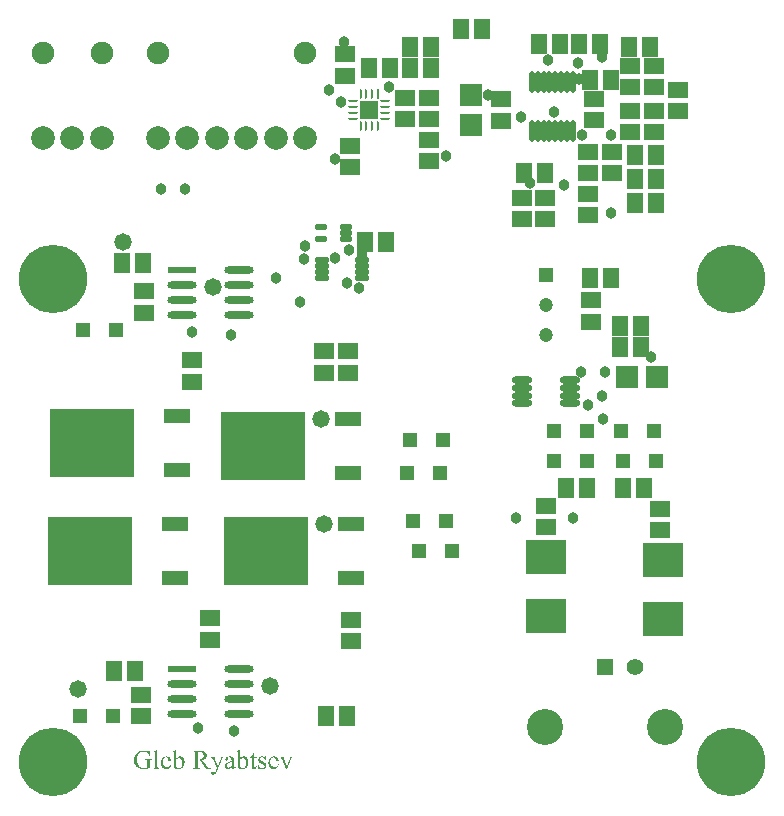
<source format=gbr>
%TF.GenerationSoftware,Altium Limited,Altium Designer,23.3.1 (30)*%
G04 Layer_Color=8388736*
%FSLAX45Y45*%
%MOMM*%
%TF.SameCoordinates,805B0A7C-C0AB-40D2-B4E8-8F8973F9869A*%
%TF.FilePolarity,Negative*%
%TF.FileFunction,Soldermask,Top*%
%TF.Part,Single*%
G01*
G75*
%TA.AperFunction,SMDPad,CuDef*%
G04:AMPARAMS|DCode=16|XSize=2.48393mm|YSize=0.60684mm|CornerRadius=0.30342mm|HoleSize=0mm|Usage=FLASHONLY|Rotation=0.000|XOffset=0mm|YOffset=0mm|HoleType=Round|Shape=RoundedRectangle|*
%AMROUNDEDRECTD16*
21,1,2.48393,0.00000,0,0,0.0*
21,1,1.87709,0.60684,0,0,0.0*
1,1,0.60684,0.93854,0.00000*
1,1,0.60684,-0.93854,0.00000*
1,1,0.60684,-0.93854,0.00000*
1,1,0.60684,0.93854,0.00000*
%
%ADD16ROUNDEDRECTD16*%
%ADD17R,2.48393X0.60684*%
%ADD19R,3.50000X3.00000*%
%ADD21R,1.90620X1.95395*%
%ADD22R,1.60000X1.60000*%
G04:AMPARAMS|DCode=23|XSize=0.23928mm|YSize=0.80602mm|CornerRadius=0.11964mm|HoleSize=0mm|Usage=FLASHONLY|Rotation=270.000|XOffset=0mm|YOffset=0mm|HoleType=Round|Shape=RoundedRectangle|*
%AMROUNDEDRECTD23*
21,1,0.23928,0.56673,0,0,270.0*
21,1,0.00000,0.80602,0,0,270.0*
1,1,0.23928,-0.28337,0.00000*
1,1,0.23928,-0.28337,0.00000*
1,1,0.23928,0.28337,0.00000*
1,1,0.23928,0.28337,0.00000*
%
%ADD23ROUNDEDRECTD23*%
G04:AMPARAMS|DCode=24|XSize=0.80602mm|YSize=0.23928mm|CornerRadius=0.11964mm|HoleSize=0mm|Usage=FLASHONLY|Rotation=270.000|XOffset=0mm|YOffset=0mm|HoleType=Round|Shape=RoundedRectangle|*
%AMROUNDEDRECTD24*
21,1,0.80602,0.00000,0,0,270.0*
21,1,0.56673,0.23928,0,0,270.0*
1,1,0.23928,0.00000,-0.28337*
1,1,0.23928,0.00000,0.28337*
1,1,0.23928,0.00000,0.28337*
1,1,0.23928,0.00000,-0.28337*
%
%ADD24ROUNDEDRECTD24*%
%ADD25R,0.23928X0.80602*%
%ADD27R,1.95395X1.90620*%
%TA.AperFunction,ComponentPad*%
%ADD33C,1.40000*%
%ADD34R,1.40000X1.40000*%
%ADD35C,3.05000*%
%ADD36C,1.20000*%
%ADD37R,1.20000X1.20000*%
%TA.AperFunction,SMDPad,CuDef*%
%ADD47R,2.25320X1.20320*%
%ADD48R,7.10320X5.85320*%
%ADD49R,1.30160X1.30160*%
G04:AMPARAMS|DCode=50|XSize=0.5032mm|YSize=1.2032mm|CornerRadius=0.1511mm|HoleSize=0mm|Usage=FLASHONLY|Rotation=270.000|XOffset=0mm|YOffset=0mm|HoleType=Round|Shape=RoundedRectangle|*
%AMROUNDEDRECTD50*
21,1,0.50320,0.90100,0,0,270.0*
21,1,0.20100,1.20320,0,0,270.0*
1,1,0.30220,-0.45050,-0.10050*
1,1,0.30220,-0.45050,0.10050*
1,1,0.30220,0.45050,0.10050*
1,1,0.30220,0.45050,-0.10050*
%
%ADD50ROUNDEDRECTD50*%
%ADD51O,0.50320X1.85320*%
%ADD52R,1.65100X1.32080*%
%ADD53R,1.32080X1.65100*%
%ADD54O,1.70320X0.65320*%
G04:AMPARAMS|DCode=55|XSize=0.5032mm|YSize=1.0032mm|CornerRadius=0.1511mm|HoleSize=0mm|Usage=FLASHONLY|Rotation=270.000|XOffset=0mm|YOffset=0mm|HoleType=Round|Shape=RoundedRectangle|*
%AMROUNDEDRECTD55*
21,1,0.50320,0.70100,0,0,270.0*
21,1,0.20100,1.00320,0,0,270.0*
1,1,0.30220,-0.35050,-0.10050*
1,1,0.30220,-0.35050,0.10050*
1,1,0.30220,0.35050,0.10050*
1,1,0.30220,0.35050,-0.10050*
%
%ADD55ROUNDEDRECTD55*%
%TA.AperFunction,ComponentPad*%
%ADD56C,1.90320*%
%ADD57C,2.00320*%
%TA.AperFunction,ViaPad*%
%ADD58C,5.79120*%
%ADD59C,1.47320*%
%ADD60C,0.96520*%
G36*
X1431661Y738187D02*
X1427607D01*
Y738363D01*
X1427254Y738892D01*
X1427078Y739949D01*
X1426549Y741183D01*
X1426021Y742594D01*
X1425139Y744356D01*
X1424434Y746119D01*
X1423376Y748234D01*
X1421261Y752641D01*
X1418617Y757048D01*
X1415620Y761279D01*
X1414034Y763218D01*
X1412271Y764981D01*
X1412095Y765157D01*
X1411566Y765510D01*
X1410861Y766215D01*
X1409803Y767096D01*
X1408569Y767977D01*
X1406806Y769211D01*
X1405044Y770445D01*
X1402928Y771679D01*
X1400460Y772913D01*
X1397816Y773971D01*
X1394996Y775205D01*
X1391823Y776086D01*
X1388650Y776967D01*
X1385124Y777673D01*
X1381423Y778025D01*
X1377545Y778201D01*
X1376311D01*
X1374724Y778025D01*
X1372785Y777849D01*
X1370317Y777496D01*
X1367673Y776967D01*
X1364500Y776262D01*
X1361151Y775381D01*
X1357625Y774147D01*
X1354100Y772561D01*
X1350398Y770798D01*
X1346696Y768506D01*
X1343171Y765862D01*
X1339645Y762865D01*
X1336472Y759340D01*
X1333476Y755286D01*
X1333299Y755109D01*
X1332947Y754404D01*
X1332242Y753346D01*
X1331537Y751760D01*
X1330655Y749997D01*
X1329598Y747706D01*
X1328364Y745238D01*
X1327306Y742241D01*
X1326072Y739068D01*
X1324838Y735543D01*
X1323780Y731665D01*
X1322899Y727786D01*
X1322194Y723380D01*
X1321489Y718973D01*
X1321136Y714213D01*
X1320960Y709277D01*
Y709101D01*
Y708396D01*
Y707162D01*
X1321136Y705576D01*
Y703637D01*
X1321489Y701521D01*
X1321665Y698877D01*
X1322018Y696233D01*
X1322370Y693236D01*
X1323075Y690063D01*
X1324486Y683365D01*
X1326601Y676490D01*
X1327835Y672965D01*
X1329245Y669615D01*
X1329421Y669439D01*
X1329598Y668910D01*
X1330126Y667853D01*
X1330831Y666795D01*
X1331713Y665208D01*
X1332594Y663622D01*
X1333828Y661683D01*
X1335238Y659744D01*
X1338411Y655513D01*
X1342113Y651106D01*
X1346520Y647052D01*
X1348812Y645113D01*
X1351279Y643527D01*
X1351456D01*
X1351808Y643174D01*
X1352690Y642821D01*
X1353571Y642293D01*
X1354805Y641587D01*
X1356391Y640882D01*
X1357978Y640177D01*
X1359917Y639472D01*
X1363971Y637886D01*
X1368731Y636475D01*
X1373843Y635594D01*
X1376487Y635418D01*
X1379131Y635242D01*
X1380541D01*
X1382128Y635418D01*
X1384243Y635594D01*
X1386711Y635770D01*
X1389355Y636123D01*
X1392176Y636652D01*
X1395172Y637357D01*
X1395348D01*
X1395525Y637533D01*
X1396582Y637709D01*
X1397993Y638238D01*
X1400108Y638943D01*
X1402400Y639825D01*
X1405044Y640882D01*
X1407688Y642116D01*
X1410508Y643527D01*
Y687419D01*
Y687596D01*
Y687948D01*
Y688477D01*
Y689358D01*
Y691297D01*
X1410332Y693589D01*
X1410156Y696057D01*
X1409803Y698525D01*
X1409274Y700816D01*
X1409098Y701698D01*
X1408745Y702403D01*
Y702579D01*
X1408393Y702932D01*
X1408040Y703637D01*
X1407335Y704342D01*
X1406630Y705223D01*
X1405749Y706281D01*
X1404515Y707162D01*
X1403281Y707867D01*
X1403105Y708044D01*
X1402576Y708220D01*
X1401694Y708572D01*
X1400460Y708925D01*
X1398698Y709277D01*
X1396406Y709454D01*
X1393762Y709806D01*
X1390589D01*
Y713861D01*
X1449289D01*
Y709806D01*
X1445058D01*
X1443472Y709454D01*
X1441709Y709101D01*
X1439594Y708396D01*
X1437655Y707338D01*
X1435892Y705752D01*
X1434482Y703813D01*
Y703637D01*
X1434129Y702932D01*
X1433777Y701874D01*
X1433424Y700111D01*
X1433072Y697996D01*
X1432719Y695175D01*
X1432543Y691650D01*
X1432366Y689535D01*
Y687419D01*
Y641059D01*
X1432190D01*
X1431838Y640706D01*
X1431133Y640354D01*
X1430251Y640001D01*
X1429017Y639296D01*
X1427607Y638591D01*
X1426021Y637886D01*
X1424434Y637181D01*
X1420556Y635418D01*
X1416149Y633831D01*
X1411742Y632245D01*
X1406983Y630835D01*
X1406806D01*
X1406454Y630658D01*
X1405749Y630482D01*
X1404867Y630306D01*
X1403633Y630130D01*
X1402223Y629777D01*
X1400637Y629601D01*
X1398874Y629248D01*
X1396759Y628896D01*
X1394643Y628719D01*
X1389884Y628191D01*
X1384772Y627838D01*
X1379131Y627662D01*
X1377192D01*
X1376134Y627838D01*
X1374900D01*
X1373490Y628014D01*
X1371904Y628191D01*
X1368202Y628543D01*
X1363971Y629072D01*
X1359388Y629953D01*
X1354276Y631187D01*
X1348988Y632597D01*
X1343523Y634536D01*
X1338059Y636828D01*
X1332418Y639472D01*
X1326953Y642645D01*
X1321841Y646523D01*
X1316906Y650754D01*
X1312322Y655690D01*
X1312146Y655866D01*
X1311617Y656571D01*
X1310736Y657805D01*
X1309678Y659391D01*
X1308444Y661507D01*
X1307034Y663798D01*
X1305448Y666619D01*
X1303861Y669792D01*
X1302275Y673141D01*
X1300688Y676843D01*
X1299278Y680897D01*
X1298044Y685304D01*
X1296986Y689711D01*
X1296105Y694470D01*
X1295576Y699406D01*
X1295400Y704518D01*
Y704694D01*
Y705399D01*
Y706457D01*
X1295576Y707867D01*
X1295753Y709630D01*
X1295929Y711745D01*
X1296281Y714213D01*
X1296634Y716857D01*
X1297163Y719678D01*
X1297692Y722674D01*
X1299454Y729020D01*
X1300512Y732370D01*
X1301746Y735895D01*
X1303332Y739244D01*
X1304919Y742770D01*
X1305095Y742946D01*
X1305448Y743651D01*
X1306153Y744885D01*
X1307034Y746295D01*
X1308268Y748234D01*
X1309678Y750350D01*
X1311265Y752641D01*
X1313204Y755109D01*
X1315319Y757753D01*
X1317611Y760574D01*
X1320255Y763394D01*
X1323075Y766215D01*
X1326072Y768859D01*
X1329245Y771503D01*
X1332594Y773971D01*
X1336296Y776262D01*
X1336472Y776439D01*
X1337001Y776615D01*
X1338059Y777144D01*
X1339293Y777849D01*
X1340879Y778554D01*
X1342818Y779435D01*
X1344934Y780317D01*
X1347401Y781198D01*
X1350222Y782079D01*
X1353219Y782961D01*
X1356391Y783842D01*
X1359917Y784547D01*
X1363619Y785252D01*
X1367321Y785781D01*
X1371375Y785958D01*
X1375606Y786134D01*
X1378602D01*
X1380541Y785958D01*
X1382833Y785781D01*
X1385477Y785605D01*
X1390589Y784724D01*
X1390942D01*
X1391823Y784371D01*
X1393409Y784018D01*
X1395525Y783490D01*
X1398169Y782608D01*
X1401518Y781551D01*
X1405396Y780317D01*
X1409803Y778730D01*
X1410156Y778554D01*
X1410861Y778378D01*
X1411918Y778025D01*
X1413152Y777673D01*
X1415973Y776791D01*
X1417207Y776615D01*
X1418088Y776439D01*
X1418441D01*
X1419322Y776615D01*
X1420556Y777320D01*
X1421261Y777673D01*
X1421790Y778378D01*
Y778554D01*
X1421966Y778730D01*
X1422319Y779259D01*
X1422671Y780140D01*
X1423024Y781198D01*
X1423200Y782432D01*
X1423553Y784195D01*
X1423729Y786134D01*
X1427783D01*
X1431661Y738187D01*
D02*
G37*
G36*
X2410698Y701698D02*
X2406996D01*
Y701874D01*
X2406820Y702403D01*
X2406468Y703284D01*
X2406291Y704342D01*
X2405763Y705752D01*
X2405234Y707162D01*
X2404000Y710688D01*
X2402413Y714390D01*
X2400474Y718092D01*
X2398359Y721441D01*
X2397125Y722851D01*
X2395891Y724085D01*
X2395539Y724261D01*
X2394657Y724966D01*
X2393247Y726024D01*
X2391308Y727082D01*
X2389016Y728139D01*
X2386020Y729197D01*
X2382847Y729902D01*
X2379145Y730078D01*
X2377911D01*
X2376324Y729902D01*
X2374562Y729549D01*
X2372623Y729021D01*
X2370507Y728316D01*
X2368392Y727258D01*
X2366453Y725848D01*
X2366277Y725671D01*
X2365748Y725143D01*
X2364866Y724261D01*
X2364161Y723204D01*
X2363280Y721793D01*
X2362399Y720207D01*
X2361870Y718444D01*
X2361694Y716681D01*
Y716329D01*
Y715624D01*
X2361870Y714390D01*
X2362222Y712980D01*
X2362575Y711217D01*
X2363104Y709454D01*
X2363985Y707691D01*
X2365219Y705928D01*
X2365395Y705752D01*
X2365924Y705223D01*
X2366806Y704166D01*
X2368216Y702932D01*
X2370155Y701522D01*
X2372623Y699759D01*
X2375619Y697996D01*
X2379321Y696057D01*
X2395715Y688125D01*
X2395891Y687948D01*
X2396772Y687596D01*
X2397830Y687067D01*
X2399240Y686186D01*
X2401003Y684952D01*
X2402942Y683718D01*
X2405057Y682131D01*
X2407173Y680368D01*
X2409288Y678253D01*
X2411227Y676138D01*
X2413166Y673670D01*
X2414929Y671026D01*
X2416339Y668382D01*
X2417397Y665385D01*
X2418278Y662212D01*
X2418454Y658863D01*
Y658687D01*
Y658334D01*
Y657453D01*
X2418278Y656571D01*
X2418102Y655337D01*
X2417926Y653927D01*
X2417220Y650754D01*
X2415810Y647229D01*
X2415105Y645290D01*
X2414047Y643527D01*
X2412814Y641588D01*
X2411403Y639825D01*
X2409817Y638062D01*
X2407878Y636299D01*
X2407702Y636123D01*
X2407349Y635947D01*
X2406820Y635594D01*
X2405939Y635066D01*
X2405057Y634360D01*
X2403823Y633655D01*
X2402413Y632950D01*
X2401003Y632069D01*
X2397478Y630482D01*
X2393423Y629248D01*
X2388840Y628191D01*
X2386548Y628014D01*
X2384081Y627838D01*
X2382494D01*
X2381613Y628014D01*
X2380555D01*
X2377911Y628191D01*
X2374738Y628543D01*
X2371212Y629248D01*
X2367158Y629954D01*
X2362751Y631011D01*
X2362575D01*
X2362222Y631187D01*
X2361517Y631364D01*
X2360636Y631540D01*
X2358521Y631893D01*
X2356582Y632069D01*
X2356229D01*
X2355171Y631716D01*
X2354642Y631364D01*
X2353937Y631011D01*
X2353232Y630306D01*
X2352703Y629425D01*
X2349002D01*
Y666090D01*
X2352703D01*
Y665914D01*
X2352880Y665385D01*
X2353056Y664504D01*
X2353232Y663446D01*
X2353761Y662212D01*
X2354114Y660626D01*
X2355348Y657100D01*
X2356934Y653398D01*
X2358873Y649344D01*
X2361517Y645642D01*
X2362927Y643879D01*
X2364514Y642293D01*
X2364690D01*
X2364866Y641940D01*
X2365395Y641588D01*
X2366100Y641059D01*
X2367863Y639825D01*
X2370331Y638415D01*
X2373328Y636828D01*
X2376677Y635594D01*
X2380379Y634713D01*
X2382318Y634537D01*
X2384433Y634360D01*
X2385667D01*
X2387077Y634537D01*
X2388840Y634889D01*
X2390779Y635418D01*
X2392894Y636299D01*
X2395010Y637357D01*
X2396949Y638767D01*
X2397125Y638944D01*
X2397654Y639649D01*
X2398535Y640530D01*
X2399417Y641940D01*
X2400298Y643527D01*
X2401179Y645290D01*
X2401708Y647405D01*
X2401884Y649696D01*
Y649873D01*
Y650049D01*
Y650930D01*
X2401532Y652517D01*
X2401179Y654280D01*
X2400474Y656219D01*
X2399593Y658510D01*
X2398183Y660626D01*
X2396420Y662741D01*
X2396244Y662917D01*
X2395362Y663622D01*
X2393776Y664856D01*
X2392894Y665561D01*
X2391660Y666443D01*
X2390250Y667324D01*
X2388664Y668382D01*
X2386901Y669439D01*
X2384962Y670497D01*
X2382670Y671731D01*
X2380203Y673141D01*
X2377558Y674551D01*
X2374562Y675962D01*
X2374385Y676138D01*
X2373857Y676314D01*
X2372975Y676843D01*
X2371918Y677372D01*
X2370684Y678077D01*
X2369097Y678958D01*
X2365924Y680897D01*
X2362222Y683189D01*
X2358873Y685480D01*
X2357287Y686891D01*
X2355700Y688125D01*
X2354466Y689359D01*
X2353409Y690592D01*
X2353232Y690945D01*
X2352703Y691826D01*
X2351822Y693060D01*
X2350941Y694999D01*
X2350059Y697291D01*
X2349178Y700111D01*
X2348649Y703284D01*
X2348473Y706810D01*
Y706986D01*
Y707339D01*
Y708044D01*
X2348649Y708925D01*
X2348825Y709983D01*
X2349002Y711217D01*
X2349530Y714213D01*
X2350588Y717563D01*
X2352175Y721088D01*
X2353056Y722851D01*
X2354290Y724614D01*
X2355524Y726376D01*
X2357110Y727963D01*
X2357287Y728139D01*
X2357463Y728316D01*
X2357992Y728844D01*
X2358697Y729373D01*
X2359578Y729902D01*
X2360636Y730783D01*
X2363104Y732370D01*
X2366453Y733956D01*
X2370155Y735190D01*
X2374562Y736248D01*
X2377030Y736424D01*
X2379497Y736601D01*
X2380555D01*
X2381789Y736424D01*
X2383552Y736248D01*
X2385667Y735895D01*
X2388135Y735543D01*
X2390955Y734838D01*
X2394128Y733956D01*
X2394305D01*
X2395010Y733780D01*
X2396067Y733428D01*
X2397301Y733251D01*
X2399769Y732546D01*
X2400827Y732370D01*
X2402061D01*
X2402766Y732546D01*
X2403647Y732722D01*
X2404529Y733075D01*
X2404705Y733251D01*
X2405234Y733780D01*
X2405939Y734838D01*
X2406468Y735719D01*
X2406996Y736601D01*
X2410698D01*
Y701698D01*
D02*
G37*
G36*
X2056031Y729549D02*
X2055855D01*
X2055326Y729373D01*
X2054621D01*
X2053739Y729197D01*
X2051624Y728492D01*
X2049685Y727610D01*
X2049509D01*
X2049332Y727434D01*
X2048275Y726553D01*
X2047393Y725848D01*
X2046688Y724966D01*
X2045807Y723909D01*
X2044749Y722675D01*
X2044573Y722322D01*
X2044220Y721793D01*
X2043868Y721088D01*
X2043339Y719854D01*
X2042634Y718444D01*
X2041929Y716505D01*
X2040871Y714037D01*
X1999094Y611797D01*
Y611621D01*
X1998741Y611092D01*
X1998565Y610387D01*
X1998036Y609329D01*
X1997331Y608095D01*
X1996626Y606685D01*
X1994863Y603512D01*
X1992572Y599810D01*
X1989927Y596108D01*
X1986754Y592583D01*
X1983229Y589410D01*
X1983053D01*
X1982876Y589057D01*
X1982348Y588705D01*
X1981642Y588176D01*
X1979703Y586942D01*
X1977236Y585532D01*
X1974415Y584122D01*
X1971242Y582888D01*
X1967893Y582006D01*
X1966130Y581830D01*
X1964367Y581654D01*
X1963310D01*
X1962076Y581830D01*
X1960666Y582182D01*
X1958903Y582535D01*
X1957140Y583240D01*
X1955377Y584298D01*
X1953615Y585532D01*
X1953438Y585708D01*
X1952909Y586237D01*
X1952204Y586942D01*
X1951499Y588176D01*
X1950794Y589410D01*
X1950089Y590820D01*
X1949560Y592583D01*
X1949384Y594346D01*
Y594522D01*
Y595051D01*
X1949560Y595932D01*
X1949737Y596990D01*
X1950089Y598224D01*
X1950618Y599458D01*
X1951323Y600691D01*
X1952381Y601749D01*
X1952557Y601925D01*
X1952909Y602278D01*
X1953615Y602630D01*
X1954496Y603159D01*
X1955730Y603688D01*
X1957140Y604217D01*
X1958903Y604393D01*
X1960842Y604570D01*
X1961547D01*
X1962428Y604393D01*
X1963486Y604217D01*
X1964896Y604041D01*
X1966659Y603688D01*
X1968598Y602983D01*
X1970890Y602278D01*
X1971066D01*
X1971595Y602102D01*
X1972476Y601749D01*
X1973357Y601573D01*
X1975297Y600868D01*
X1976002Y600691D01*
X1977059D01*
X1977764Y600868D01*
X1978646Y601220D01*
X1979703Y601573D01*
X1980937Y602102D01*
X1982348Y602983D01*
X1983758Y604217D01*
X1983934Y604393D01*
X1984463Y604922D01*
X1985344Y605803D01*
X1986226Y607214D01*
X1987460Y608976D01*
X1988870Y611268D01*
X1990280Y614088D01*
X1991866Y617438D01*
X1999094Y635242D01*
X1962252Y712274D01*
Y712450D01*
X1961900Y712979D01*
X1961547Y713684D01*
X1960842Y714742D01*
X1960137Y715976D01*
X1959255Y717562D01*
X1958021Y719149D01*
X1956788Y721088D01*
X1956611Y721264D01*
X1956435Y721793D01*
X1955906Y722322D01*
X1955201Y723203D01*
X1953791Y724966D01*
X1952909Y725671D01*
X1952204Y726376D01*
X1952028D01*
X1951676Y726729D01*
X1951147Y727081D01*
X1950265Y727434D01*
X1949031Y727963D01*
X1947621Y728492D01*
X1946035Y729020D01*
X1943919Y729549D01*
Y733604D01*
X1991866D01*
Y729549D01*
X1988694D01*
X1987812Y729373D01*
X1986754Y729197D01*
X1984287Y728668D01*
X1983053Y727963D01*
X1981995Y727258D01*
X1981819Y727081D01*
X1981642Y726905D01*
X1981290Y726376D01*
X1980761Y725847D01*
X1979880Y724085D01*
X1979703Y723027D01*
X1979527Y721793D01*
Y721617D01*
Y720912D01*
X1979703Y720030D01*
X1980056Y718620D01*
X1980409Y716857D01*
X1981114Y714742D01*
X1981995Y712450D01*
X1983229Y709630D01*
X2008260Y657805D01*
X2031176Y714566D01*
Y714742D01*
X2031529Y715447D01*
X2031705Y716329D01*
X2032057Y717386D01*
X2032410Y718797D01*
X2032586Y720383D01*
X2032939Y723732D01*
Y723909D01*
Y724085D01*
Y724790D01*
X2032586Y725848D01*
X2032234Y726729D01*
X2032057Y726905D01*
X2031529Y727434D01*
X2030647Y728139D01*
X2029413Y728668D01*
X2029061Y728844D01*
X2028532Y729021D01*
X2027827Y729197D01*
X2026945D01*
X2025711Y729373D01*
X2024301Y729549D01*
X2022715D01*
Y733604D01*
X2056031D01*
Y729549D01*
D02*
G37*
G36*
X2640562D02*
X2640386D01*
X2639681Y729373D01*
X2638623D01*
X2637389Y729021D01*
X2634745Y728316D01*
X2633511Y727787D01*
X2632453Y727082D01*
X2632277Y726905D01*
X2631748Y726376D01*
X2631043Y725671D01*
X2630162Y724437D01*
X2629104Y722851D01*
X2627870Y720912D01*
X2626636Y718620D01*
X2625402Y715800D01*
X2589266Y627838D01*
X2584683D01*
X2548194Y714213D01*
X2548017Y714566D01*
X2547841Y715271D01*
X2547312Y716329D01*
X2546607Y717563D01*
X2545197Y720559D01*
X2544315Y721970D01*
X2543434Y723027D01*
X2543258Y723204D01*
X2543082Y723556D01*
X2542553Y723909D01*
X2541848Y724614D01*
X2540085Y726024D01*
X2537793Y727610D01*
X2537617D01*
X2537441Y727787D01*
X2536912Y727963D01*
X2536207Y728139D01*
X2535149Y728492D01*
X2533739Y728844D01*
X2532152Y729197D01*
X2530213Y729549D01*
Y733604D01*
X2578337D01*
Y729549D01*
X2574459D01*
X2573577Y729373D01*
X2572696Y729197D01*
X2570404Y728668D01*
X2569347Y727963D01*
X2568465Y727258D01*
X2568289Y727082D01*
X2568113Y726905D01*
X2567760Y726376D01*
X2567408Y725848D01*
X2566526Y723909D01*
X2566350Y722851D01*
X2566174Y721617D01*
Y721441D01*
Y720912D01*
X2566350Y720031D01*
X2566526Y718973D01*
X2566703Y717563D01*
X2567231Y715976D01*
X2567760Y714213D01*
X2568642Y712274D01*
X2592439Y655690D01*
X2616412Y714390D01*
X2616589Y714742D01*
X2616765Y715447D01*
X2617117Y716505D01*
X2617646Y717915D01*
X2618528Y721088D01*
X2618704Y722675D01*
X2618880Y723909D01*
Y724261D01*
X2618704Y724790D01*
X2618528Y725671D01*
X2617999Y726553D01*
X2617823Y726905D01*
X2617117Y727434D01*
X2616060Y728316D01*
X2614826Y728844D01*
X2614650D01*
X2614473Y729021D01*
X2613944D01*
X2613063Y729197D01*
X2612005Y729373D01*
X2610772D01*
X2609009Y729549D01*
X2607070D01*
Y733604D01*
X2640562D01*
Y729549D01*
D02*
G37*
G36*
X1855253Y782608D02*
X1857544D01*
X1860012Y782432D01*
X1862832D01*
X1868650Y781903D01*
X1874467Y781374D01*
X1877287Y780846D01*
X1880107Y780493D01*
X1882575Y779964D01*
X1884867Y779259D01*
X1885043D01*
X1885396Y779083D01*
X1885925Y778906D01*
X1886806Y778554D01*
X1887687Y778201D01*
X1888921Y777673D01*
X1891565Y776262D01*
X1894562Y774500D01*
X1897911Y772208D01*
X1901084Y769564D01*
X1904257Y766215D01*
X1904434Y766038D01*
X1904610Y765862D01*
X1904962Y765333D01*
X1905491Y764452D01*
X1906196Y763570D01*
X1906901Y762513D01*
X1908312Y759869D01*
X1909722Y756519D01*
X1911132Y752641D01*
X1912013Y748411D01*
X1912366Y746119D01*
Y743651D01*
Y743475D01*
Y743122D01*
Y742241D01*
X1912190Y741360D01*
X1912013Y740126D01*
X1911837Y738716D01*
X1911308Y735366D01*
X1910074Y731665D01*
X1908488Y727434D01*
X1907430Y725495D01*
X1906196Y723380D01*
X1904786Y721264D01*
X1903200Y719325D01*
X1903023Y719149D01*
X1902847Y718796D01*
X1902318Y718444D01*
X1901437Y717739D01*
X1900556Y716857D01*
X1899322Y715800D01*
X1897911Y714742D01*
X1896149Y713684D01*
X1894386Y712450D01*
X1892271Y711393D01*
X1889979Y710159D01*
X1887335Y708925D01*
X1884514Y707867D01*
X1881518Y706633D01*
X1878345Y705752D01*
X1874819Y704871D01*
X1906373Y661330D01*
X1906549Y661154D01*
X1906901Y660625D01*
X1907430Y659920D01*
X1908135Y658863D01*
X1909017Y657629D01*
X1910251Y656218D01*
X1912719Y653222D01*
X1915539Y649696D01*
X1918712Y646523D01*
X1921709Y643527D01*
X1923295Y642293D01*
X1924705Y641235D01*
X1924882D01*
X1925058Y641059D01*
X1926116Y640530D01*
X1927878Y639648D01*
X1930170Y638591D01*
X1932990Y637533D01*
X1936516Y636475D01*
X1940570Y635770D01*
X1944977Y635065D01*
Y631011D01*
X1904434D01*
X1852961Y702050D01*
X1852080D01*
X1851022Y701874D01*
X1849788D01*
X1846791Y701698D01*
X1840269D01*
X1839564Y701874D01*
X1838506D01*
X1837272Y702050D01*
Y657805D01*
Y657629D01*
Y657100D01*
Y656395D01*
Y655513D01*
X1837449Y654279D01*
Y653045D01*
X1837625Y650225D01*
X1837978Y647052D01*
X1838506Y644055D01*
X1838859Y642821D01*
X1839211Y641587D01*
X1839740Y640530D01*
X1840269Y639825D01*
X1840445Y639648D01*
X1841150Y639120D01*
X1842032Y638238D01*
X1843442Y637533D01*
X1845205Y636652D01*
X1847496Y635770D01*
X1849964Y635242D01*
X1852961Y635065D01*
X1858954D01*
Y631011D01*
X1794085D01*
Y635065D01*
X1800607D01*
X1801312Y635242D01*
X1802899Y635418D01*
X1805014Y635770D01*
X1807306Y636652D01*
X1809421Y637709D01*
X1811536Y639120D01*
X1813299Y641235D01*
X1813475Y641411D01*
X1813651Y641940D01*
X1814004Y642998D01*
X1814533Y644584D01*
X1815062Y646876D01*
X1815238Y648110D01*
X1815414Y649696D01*
X1815590Y651459D01*
Y653398D01*
X1815767Y655513D01*
Y657805D01*
Y755991D01*
Y756167D01*
Y756696D01*
Y757401D01*
Y758282D01*
X1815590Y759340D01*
Y760750D01*
X1815414Y763570D01*
X1815062Y766567D01*
X1814357Y769564D01*
X1814004Y770798D01*
X1813651Y772032D01*
X1813123Y773089D01*
X1812594Y773794D01*
X1812418Y773971D01*
X1811712Y774500D01*
X1810831Y775381D01*
X1809421Y776262D01*
X1807482Y777144D01*
X1805366Y778025D01*
X1802722Y778554D01*
X1799726Y778730D01*
X1794085D01*
Y782785D01*
X1853137D01*
X1855253Y782608D01*
D02*
G37*
G36*
X1495297Y654103D02*
Y653927D01*
Y653751D01*
Y653222D01*
Y652517D01*
Y650930D01*
X1495473Y648815D01*
X1495650Y646699D01*
X1495826Y644584D01*
X1496178Y642645D01*
X1496531Y641235D01*
Y641059D01*
X1496883Y640706D01*
X1497060Y640177D01*
X1497589Y639472D01*
X1498999Y638062D01*
X1500762Y636652D01*
X1500938D01*
X1501290Y636475D01*
X1502172Y636123D01*
X1503229Y635947D01*
X1504816Y635594D01*
X1506755Y635242D01*
X1509047Y635065D01*
X1511867D01*
Y631011D01*
X1461628D01*
Y635065D01*
X1463920D01*
X1465506Y635242D01*
X1468679Y635594D01*
X1470090Y635947D01*
X1471147Y636475D01*
X1471323D01*
X1471676Y636828D01*
X1472734Y637533D01*
X1473968Y639120D01*
X1474673Y640001D01*
X1475202Y641235D01*
Y641411D01*
X1475378Y641940D01*
X1475730Y642821D01*
X1476083Y644055D01*
X1476259Y645818D01*
X1476612Y648110D01*
X1476788Y650754D01*
Y654103D01*
Y747353D01*
Y747529D01*
Y748058D01*
Y748940D01*
Y750174D01*
Y751407D01*
Y752994D01*
X1476612Y756343D01*
Y760045D01*
X1476435Y763394D01*
X1476259Y764981D01*
Y766391D01*
X1476083Y767449D01*
X1475907Y768330D01*
Y768506D01*
X1475730Y769035D01*
X1475554Y769740D01*
X1475378Y770622D01*
X1474496Y772384D01*
X1474144Y773089D01*
X1473439Y773794D01*
X1473086Y773971D01*
X1472205Y774676D01*
X1470795Y775205D01*
X1469032Y775381D01*
X1467974D01*
X1467093Y775205D01*
X1466035Y775028D01*
X1464801Y774676D01*
X1463215Y774147D01*
X1461628Y773618D01*
X1459866Y777673D01*
X1490185Y790188D01*
X1495297D01*
Y654103D01*
D02*
G37*
G36*
X2310750Y733604D02*
X2334547D01*
Y726024D01*
X2310750Y725848D01*
Y659215D01*
Y659039D01*
Y658863D01*
Y658334D01*
Y657629D01*
X2310926Y655866D01*
X2311102Y653751D01*
X2311455Y651459D01*
X2311984Y649344D01*
X2312689Y647229D01*
X2313570Y645642D01*
X2313746Y645466D01*
X2314099Y645113D01*
X2314628Y644584D01*
X2315509Y644056D01*
X2316567Y643351D01*
X2317801Y642822D01*
X2319211Y642469D01*
X2320797Y642293D01*
X2321503D01*
X2322208Y642469D01*
X2323089Y642645D01*
X2325381Y643174D01*
X2326791Y643703D01*
X2328025Y644408D01*
X2328201Y644584D01*
X2328554Y644761D01*
X2329259Y645466D01*
X2329964Y646171D01*
X2330845Y647052D01*
X2331903Y648286D01*
X2332784Y649696D01*
X2333489Y651283D01*
X2337896D01*
Y651107D01*
X2337720Y650754D01*
X2337544Y650225D01*
X2337191Y649520D01*
X2336310Y647405D01*
X2334900Y645113D01*
X2333313Y642293D01*
X2331374Y639649D01*
X2329259Y637005D01*
X2326615Y634713D01*
X2326262Y634537D01*
X2325381Y633832D01*
X2323970Y632950D01*
X2322208Y632069D01*
X2319916Y631011D01*
X2317448Y630130D01*
X2314804Y629425D01*
X2311984Y629248D01*
X2311102D01*
X2310045Y629425D01*
X2308811Y629601D01*
X2307224Y629954D01*
X2305461Y630482D01*
X2303699Y631187D01*
X2301760Y632069D01*
X2301583Y632245D01*
X2300878Y632598D01*
X2299997Y633303D01*
X2298939Y634184D01*
X2297882Y635242D01*
X2296648Y636652D01*
X2295590Y638239D01*
X2294532Y640178D01*
X2294356Y640354D01*
X2294180Y641235D01*
X2293827Y642469D01*
X2293475Y644232D01*
X2292946Y646700D01*
X2292593Y649520D01*
X2292417Y652869D01*
X2292241Y656747D01*
Y726024D01*
X2276023D01*
Y729549D01*
X2276376Y729726D01*
X2277081Y730078D01*
X2278315Y730607D01*
X2279901Y731489D01*
X2281664Y732722D01*
X2283780Y734133D01*
X2286071Y735895D01*
X2288363Y737834D01*
X2288715Y738187D01*
X2289420Y738892D01*
X2290654Y740126D01*
X2292241Y741713D01*
X2294004Y743828D01*
X2295943Y746119D01*
X2298058Y748764D01*
X2299997Y751584D01*
X2300173Y751760D01*
X2300526Y752465D01*
X2301055Y753523D01*
X2301936Y755109D01*
X2302994Y757225D01*
X2304228Y760045D01*
X2305638Y763394D01*
X2307224Y767273D01*
X2310750D01*
Y733604D01*
D02*
G37*
G36*
X2110148Y736424D02*
X2111558D01*
X2114731Y736072D01*
X2118256Y735367D01*
X2121958Y734661D01*
X2125660Y733428D01*
X2129185Y731841D01*
X2129538Y731665D01*
X2130243Y731136D01*
X2131477Y730431D01*
X2132887Y729197D01*
X2134474Y727787D01*
X2136060Y725848D01*
X2137647Y723732D01*
X2138881Y721088D01*
X2139057Y720912D01*
X2139233Y720031D01*
X2139586Y718797D01*
X2139938Y716858D01*
X2140115Y715624D01*
X2140291Y714213D01*
X2140467Y712627D01*
X2140643Y710688D01*
X2140820Y708749D01*
X2140996Y706457D01*
Y703989D01*
Y701345D01*
Y666619D01*
Y666443D01*
Y665914D01*
Y665209D01*
Y664327D01*
Y663093D01*
Y661859D01*
Y658863D01*
X2141172Y655866D01*
Y652869D01*
X2141349Y651459D01*
Y650402D01*
X2141525Y649344D01*
Y648639D01*
Y648463D01*
X2141701Y648110D01*
Y647581D01*
X2141877Y646876D01*
X2142582Y645290D01*
X2142935Y644761D01*
X2143288Y644232D01*
X2143464Y644056D01*
X2144169Y643703D01*
X2145227Y643351D01*
X2146284Y643174D01*
X2146637D01*
X2147342Y643351D01*
X2148400Y643527D01*
X2149457Y643879D01*
X2149633D01*
X2149986Y644232D01*
X2150515Y644761D01*
X2151396Y645466D01*
X2152630Y646523D01*
X2154217Y647934D01*
X2156332Y649873D01*
X2158624Y652164D01*
Y645818D01*
X2158447Y645642D01*
X2158095Y645113D01*
X2157390Y644232D01*
X2156508Y643174D01*
X2155274Y641940D01*
X2154040Y640530D01*
X2150867Y637533D01*
X2147166Y634360D01*
X2145227Y632950D01*
X2143111Y631716D01*
X2140996Y630659D01*
X2138881Y629777D01*
X2136589Y629248D01*
X2134474Y629072D01*
X2133592D01*
X2132535Y629248D01*
X2131301Y629601D01*
X2129891Y629954D01*
X2128480Y630659D01*
X2127070Y631540D01*
X2125660Y632774D01*
X2125484Y632950D01*
X2125131Y633479D01*
X2124602Y634537D01*
X2124073Y635947D01*
X2123545Y637710D01*
X2123016Y640001D01*
X2122663Y642645D01*
X2122487Y645818D01*
X2122311Y645642D01*
X2121782Y645290D01*
X2121077Y644584D01*
X2120019Y643879D01*
X2118609Y642822D01*
X2117199Y641764D01*
X2114026Y639472D01*
X2110676Y636828D01*
X2107327Y634537D01*
X2105917Y633655D01*
X2104507Y632774D01*
X2103449Y632069D01*
X2102568Y631540D01*
X2102215Y631364D01*
X2101510Y631187D01*
X2100276Y630659D01*
X2098690Y630306D01*
X2096927Y629777D01*
X2094635Y629248D01*
X2092344Y629072D01*
X2089876Y628896D01*
X2088818D01*
X2088113Y629072D01*
X2086174Y629248D01*
X2083706Y629777D01*
X2080886Y630659D01*
X2077889Y631893D01*
X2075069Y633655D01*
X2072248Y636123D01*
X2071896Y636476D01*
X2071191Y637357D01*
X2070133Y639120D01*
X2068899Y641235D01*
X2067665Y643879D01*
X2066607Y647229D01*
X2065902Y650930D01*
X2065550Y655161D01*
Y655337D01*
Y655514D01*
Y656395D01*
X2065726Y657805D01*
X2065902Y659568D01*
X2066431Y661683D01*
X2066960Y663799D01*
X2067841Y666090D01*
X2068899Y668205D01*
Y668382D01*
X2069075Y668558D01*
X2069780Y669439D01*
X2070838Y671026D01*
X2072601Y672789D01*
X2074716Y675080D01*
X2077360Y677372D01*
X2080710Y680016D01*
X2084588Y682484D01*
X2084764D01*
X2085116Y682836D01*
X2085822Y683189D01*
X2086879Y683718D01*
X2088113Y684423D01*
X2089700Y685128D01*
X2091462Y686009D01*
X2093578Y687067D01*
X2096046Y688125D01*
X2098866Y689359D01*
X2102039Y690769D01*
X2105388Y692179D01*
X2109090Y693765D01*
X2113321Y695352D01*
X2117728Y697115D01*
X2122487Y698877D01*
Y702756D01*
Y702932D01*
Y703461D01*
Y704166D01*
Y705223D01*
X2122311Y706457D01*
Y708044D01*
X2121958Y711217D01*
X2121253Y714742D01*
X2120372Y718268D01*
X2119138Y721441D01*
X2118433Y722675D01*
X2117551Y723909D01*
X2117375Y724085D01*
X2116670Y724790D01*
X2115612Y725671D01*
X2114026Y726905D01*
X2112087Y727963D01*
X2109619Y728844D01*
X2106798Y729549D01*
X2103449Y729726D01*
X2102392D01*
X2100981Y729549D01*
X2099571Y729197D01*
X2097808Y728844D01*
X2095869Y728139D01*
X2094107Y727082D01*
X2092344Y725848D01*
X2092168Y725671D01*
X2091639Y725143D01*
X2090934Y724437D01*
X2090228Y723380D01*
X2089523Y721970D01*
X2088818Y720559D01*
X2088289Y718797D01*
X2088113Y717034D01*
X2088466Y710688D01*
Y710512D01*
Y709807D01*
X2088289Y708925D01*
X2088113Y707691D01*
X2087761Y706457D01*
X2087232Y705047D01*
X2086527Y703813D01*
X2085645Y702579D01*
X2085469Y702403D01*
X2085116Y702227D01*
X2084588Y701698D01*
X2083883Y701345D01*
X2082825Y700816D01*
X2081591Y700288D01*
X2080357Y700111D01*
X2078771Y699935D01*
X2078065D01*
X2077360Y700111D01*
X2076479Y700288D01*
X2075421Y700640D01*
X2074187Y701169D01*
X2073130Y701874D01*
X2072072Y702756D01*
X2071896Y702932D01*
X2071720Y703284D01*
X2071191Y703989D01*
X2070838Y704871D01*
X2070309Y705928D01*
X2069780Y707339D01*
X2069604Y708925D01*
X2069428Y710688D01*
Y710864D01*
Y711040D01*
Y711569D01*
X2069604Y712274D01*
X2069957Y714213D01*
X2070662Y716505D01*
X2071720Y719325D01*
X2073482Y722322D01*
X2074716Y723909D01*
X2075950Y725319D01*
X2077360Y726905D01*
X2079123Y728492D01*
X2079299Y728668D01*
X2079652Y728844D01*
X2080181Y729197D01*
X2080886Y729726D01*
X2081944Y730431D01*
X2083177Y731136D01*
X2084588Y731841D01*
X2086350Y732546D01*
X2088113Y733251D01*
X2090228Y733956D01*
X2092520Y734661D01*
X2094988Y735367D01*
X2097632Y735895D01*
X2100452Y736248D01*
X2103625Y736601D01*
X2109090D01*
X2110148Y736424D01*
D02*
G37*
G36*
X2485087D02*
X2486673Y736248D01*
X2488260Y736072D01*
X2490199Y735719D01*
X2492314Y735190D01*
X2496721Y733780D01*
X2499189Y732899D01*
X2501480Y731841D01*
X2503948Y730431D01*
X2506240Y728844D01*
X2508531Y727082D01*
X2510647Y725143D01*
X2510823Y724966D01*
X2511176Y724614D01*
X2511704Y723909D01*
X2512410Y723027D01*
X2513291Y721970D01*
X2514172Y720559D01*
X2515230Y718973D01*
X2516288Y717210D01*
X2517169Y715095D01*
X2518227Y712803D01*
X2519108Y710335D01*
X2519989Y707515D01*
X2520694Y704695D01*
X2521223Y701522D01*
X2521576Y698349D01*
X2521752Y694823D01*
X2450889D01*
Y694647D01*
Y693765D01*
Y692708D01*
X2451065Y691121D01*
X2451242Y689182D01*
X2451418Y686891D01*
X2451771Y684423D01*
X2452123Y681779D01*
X2453533Y675962D01*
X2454415Y672965D01*
X2455472Y669968D01*
X2456706Y666971D01*
X2458116Y664151D01*
X2459879Y661507D01*
X2461818Y658863D01*
X2461995Y658687D01*
X2462347Y658334D01*
X2462876Y657629D01*
X2463757Y656924D01*
X2464815Y655866D01*
X2466225Y654808D01*
X2467635Y653575D01*
X2469398Y652517D01*
X2473276Y650049D01*
X2477683Y647934D01*
X2480151Y647229D01*
X2482619Y646523D01*
X2485263Y646171D01*
X2488083Y645995D01*
X2489141D01*
X2489846Y646171D01*
X2491785Y646347D01*
X2494077Y646700D01*
X2496897Y647405D01*
X2499894Y648286D01*
X2502891Y649696D01*
X2505711Y651459D01*
X2506064Y651812D01*
X2506945Y652517D01*
X2508355Y653927D01*
X2510118Y655866D01*
X2512057Y658510D01*
X2514172Y661859D01*
X2515230Y663622D01*
X2516288Y665738D01*
X2517169Y668029D01*
X2518227Y670497D01*
X2521752Y668205D01*
Y668029D01*
X2521576Y667500D01*
X2521400Y666795D01*
X2521223Y665561D01*
X2520871Y664327D01*
X2520342Y662741D01*
X2519813Y660978D01*
X2519108Y659039D01*
X2517345Y654632D01*
X2514877Y650049D01*
X2513467Y647581D01*
X2511881Y645113D01*
X2509942Y642822D01*
X2508003Y640354D01*
X2507826Y640178D01*
X2507474Y639825D01*
X2506769Y639120D01*
X2506064Y638415D01*
X2504830Y637533D01*
X2503596Y636476D01*
X2502009Y635242D01*
X2500246Y634184D01*
X2498307Y632950D01*
X2496192Y631716D01*
X2493724Y630659D01*
X2491256Y629777D01*
X2488612Y629072D01*
X2485792Y628367D01*
X2482795Y628014D01*
X2479622Y627838D01*
X2478741D01*
X2477859Y628014D01*
X2476625D01*
X2475039Y628367D01*
X2473100Y628543D01*
X2470985Y629072D01*
X2468869Y629601D01*
X2466401Y630306D01*
X2463934Y631364D01*
X2461289Y632421D01*
X2458645Y633832D01*
X2455825Y635418D01*
X2453181Y637357D01*
X2450537Y639649D01*
X2448069Y642117D01*
X2447892Y642293D01*
X2447540Y642822D01*
X2446835Y643703D01*
X2445953Y644761D01*
X2445072Y646171D01*
X2444014Y647934D01*
X2442780Y650049D01*
X2441547Y652341D01*
X2440313Y654985D01*
X2439079Y657981D01*
X2438021Y661154D01*
X2437140Y664504D01*
X2436258Y668205D01*
X2435553Y672083D01*
X2435201Y676314D01*
X2435024Y680721D01*
Y681074D01*
Y681955D01*
X2435201Y683189D01*
Y685128D01*
X2435377Y687243D01*
X2435729Y689887D01*
X2436082Y692708D01*
X2436787Y695704D01*
X2437492Y699054D01*
X2438374Y702403D01*
X2439431Y705752D01*
X2440665Y709278D01*
X2442252Y712627D01*
X2444014Y715800D01*
X2446130Y718973D01*
X2448421Y721793D01*
X2448598Y721970D01*
X2449126Y722498D01*
X2449832Y723204D01*
X2450889Y724085D01*
X2452123Y725319D01*
X2453710Y726553D01*
X2455649Y727787D01*
X2457764Y729197D01*
X2460056Y730607D01*
X2462700Y731841D01*
X2465520Y733251D01*
X2468517Y734309D01*
X2471690Y735190D01*
X2475039Y735895D01*
X2478565Y736424D01*
X2482266Y736601D01*
X2483853D01*
X2485087Y736424D01*
D02*
G37*
G36*
X2194408Y715624D02*
X2194584Y715800D01*
X2195113Y716505D01*
X2195818Y717563D01*
X2197052Y718973D01*
X2198286Y720559D01*
X2200048Y722322D01*
X2201811Y724085D01*
X2203927Y726200D01*
X2206218Y728139D01*
X2208686Y729902D01*
X2211330Y731665D01*
X2214151Y733251D01*
X2216971Y734661D01*
X2219968Y735719D01*
X2223141Y736424D01*
X2226314Y736601D01*
X2227900D01*
X2228958Y736424D01*
X2230368Y736248D01*
X2231954Y735895D01*
X2233717Y735543D01*
X2235656Y734838D01*
X2237771Y734133D01*
X2240063Y733251D01*
X2242355Y732194D01*
X2244646Y730960D01*
X2246938Y729373D01*
X2249229Y727434D01*
X2251521Y725495D01*
X2253813Y723027D01*
X2253989Y722851D01*
X2254341Y722322D01*
X2254870Y721617D01*
X2255752Y720559D01*
X2256633Y719149D01*
X2257514Y717563D01*
X2258572Y715624D01*
X2259806Y713332D01*
X2260864Y710864D01*
X2261921Y708044D01*
X2262803Y705047D01*
X2263860Y701698D01*
X2264565Y698172D01*
X2265094Y694471D01*
X2265447Y690416D01*
X2265623Y686186D01*
Y685833D01*
Y684952D01*
X2265447Y683541D01*
X2265271Y681602D01*
X2265094Y679311D01*
X2264742Y676667D01*
X2264037Y673670D01*
X2263332Y670497D01*
X2262450Y666971D01*
X2261216Y663446D01*
X2259806Y659744D01*
X2258043Y656042D01*
X2255928Y652341D01*
X2253460Y648815D01*
X2250640Y645290D01*
X2247467Y642117D01*
X2247290Y641940D01*
X2246762Y641588D01*
X2245880Y640883D01*
X2244823Y639825D01*
X2243236Y638767D01*
X2241473Y637533D01*
X2239534Y636299D01*
X2237243Y635066D01*
X2234775Y633655D01*
X2232131Y632421D01*
X2229310Y631187D01*
X2226314Y630130D01*
X2223141Y629248D01*
X2219791Y628543D01*
X2216266Y628014D01*
X2212740Y627838D01*
X2211154D01*
X2209391Y628014D01*
X2207099Y628191D01*
X2204455Y628543D01*
X2201282Y629248D01*
X2198109Y629954D01*
X2194584Y631011D01*
X2194408D01*
X2194231Y631187D01*
X2193702Y631364D01*
X2192997Y631540D01*
X2191235Y632421D01*
X2188767Y633479D01*
X2185946Y634713D01*
X2182773Y636476D01*
X2179424Y638415D01*
X2175899Y640706D01*
Y747001D01*
Y747177D01*
Y747706D01*
Y748587D01*
Y749821D01*
Y751055D01*
Y752642D01*
X2175722Y756167D01*
Y759869D01*
X2175546Y763218D01*
X2175370Y764805D01*
Y766215D01*
X2175194Y767449D01*
X2175017Y768330D01*
Y768506D01*
X2174841Y769035D01*
X2174665Y769740D01*
X2174312Y770622D01*
X2173607Y772385D01*
X2173078Y773090D01*
X2172373Y773795D01*
X2172021Y773971D01*
X2171139Y774676D01*
X2169729Y775205D01*
X2167966Y775381D01*
X2166732D01*
X2165851Y775205D01*
X2164617Y775029D01*
X2163207Y774676D01*
X2161797Y774147D01*
X2160034Y773618D01*
X2158624Y777673D01*
X2189296Y790188D01*
X2194408D01*
Y715624D01*
D02*
G37*
G36*
X1653417Y715623D02*
X1653593Y715800D01*
X1654122Y716505D01*
X1654827Y717562D01*
X1656061Y718973D01*
X1657295Y720559D01*
X1659057Y722322D01*
X1660820Y724085D01*
X1662935Y726200D01*
X1665227Y728139D01*
X1667695Y729902D01*
X1670339Y731665D01*
X1673159Y733251D01*
X1675980Y734661D01*
X1678977Y735719D01*
X1682150Y736424D01*
X1685323Y736600D01*
X1686909D01*
X1687967Y736424D01*
X1689377Y736248D01*
X1690963Y735895D01*
X1692726Y735543D01*
X1694665Y734837D01*
X1696780Y734132D01*
X1699072Y733251D01*
X1701364Y732193D01*
X1703655Y730959D01*
X1705947Y729373D01*
X1708238Y727434D01*
X1710530Y725495D01*
X1712822Y723027D01*
X1712998Y722851D01*
X1713350Y722322D01*
X1713879Y721617D01*
X1714761Y720559D01*
X1715642Y719149D01*
X1716523Y717562D01*
X1717581Y715623D01*
X1718815Y713332D01*
X1719873Y710864D01*
X1720930Y708044D01*
X1721812Y705047D01*
X1722869Y701698D01*
X1723574Y698172D01*
X1724103Y694470D01*
X1724456Y690416D01*
X1724632Y686185D01*
Y685833D01*
Y684951D01*
X1724456Y683541D01*
X1724280Y681602D01*
X1724103Y679311D01*
X1723751Y676666D01*
X1723046Y673670D01*
X1722340Y670497D01*
X1721459Y666971D01*
X1720225Y663446D01*
X1718815Y659744D01*
X1717052Y656042D01*
X1714937Y652340D01*
X1712469Y648815D01*
X1709649Y645289D01*
X1706476Y642116D01*
X1706299Y641940D01*
X1705771Y641587D01*
X1704889Y640882D01*
X1703831Y639825D01*
X1702245Y638767D01*
X1700482Y637533D01*
X1698543Y636299D01*
X1696252Y635065D01*
X1693784Y633655D01*
X1691140Y632421D01*
X1688319Y631187D01*
X1685323Y630130D01*
X1682150Y629248D01*
X1678800Y628543D01*
X1675275Y628014D01*
X1671749Y627838D01*
X1670163D01*
X1668400Y628014D01*
X1666108Y628191D01*
X1663464Y628543D01*
X1660291Y629248D01*
X1657118Y629953D01*
X1653593Y631011D01*
X1653417D01*
X1653240Y631187D01*
X1652711Y631363D01*
X1652006Y631540D01*
X1650244Y632421D01*
X1647776Y633479D01*
X1644955Y634713D01*
X1641782Y636475D01*
X1638433Y638415D01*
X1634908Y640706D01*
Y747001D01*
Y747177D01*
Y747706D01*
Y748587D01*
Y749821D01*
Y751055D01*
Y752641D01*
X1634731Y756167D01*
Y759869D01*
X1634555Y763218D01*
X1634379Y764804D01*
Y766215D01*
X1634202Y767449D01*
X1634026Y768330D01*
Y768506D01*
X1633850Y769035D01*
X1633674Y769740D01*
X1633321Y770622D01*
X1632616Y772384D01*
X1632087Y773089D01*
X1631382Y773794D01*
X1631030Y773971D01*
X1630148Y774676D01*
X1628738Y775205D01*
X1626975Y775381D01*
X1625741D01*
X1624860Y775205D01*
X1623626Y775028D01*
X1622216Y774676D01*
X1620805Y774147D01*
X1619043Y773618D01*
X1617633Y777673D01*
X1648305Y790188D01*
X1653417D01*
Y715623D01*
D02*
G37*
G36*
X1574974Y736424D02*
X1576560Y736248D01*
X1578147Y736071D01*
X1580086Y735719D01*
X1582201Y735190D01*
X1586608Y733780D01*
X1589076Y732898D01*
X1591367Y731841D01*
X1593835Y730431D01*
X1596127Y728844D01*
X1598418Y727081D01*
X1600534Y725142D01*
X1600710Y724966D01*
X1601063Y724613D01*
X1601591Y723908D01*
X1602297Y723027D01*
X1603178Y721969D01*
X1604059Y720559D01*
X1605117Y718973D01*
X1606175Y717210D01*
X1607056Y715095D01*
X1608114Y712803D01*
X1608995Y710335D01*
X1609876Y707515D01*
X1610581Y704694D01*
X1611110Y701521D01*
X1611463Y698348D01*
X1611639Y694823D01*
X1540776D01*
Y694647D01*
Y693765D01*
Y692708D01*
X1540952Y691121D01*
X1541129Y689182D01*
X1541305Y686890D01*
X1541658Y684423D01*
X1542010Y681778D01*
X1543420Y675961D01*
X1544302Y672965D01*
X1545359Y669968D01*
X1546593Y666971D01*
X1548004Y664151D01*
X1549766Y661507D01*
X1551705Y658863D01*
X1551882Y658686D01*
X1552234Y658334D01*
X1552763Y657629D01*
X1553644Y656924D01*
X1554702Y655866D01*
X1556112Y654808D01*
X1557522Y653574D01*
X1559285Y652517D01*
X1563163Y650049D01*
X1567570Y647933D01*
X1570038Y647228D01*
X1572506Y646523D01*
X1575150Y646171D01*
X1577970Y645994D01*
X1579028D01*
X1579733Y646171D01*
X1581672Y646347D01*
X1583964Y646699D01*
X1586784Y647405D01*
X1589781Y648286D01*
X1592778Y649696D01*
X1595598Y651459D01*
X1595951Y651811D01*
X1596832Y652517D01*
X1598242Y653927D01*
X1600005Y655866D01*
X1601944Y658510D01*
X1604059Y661859D01*
X1605117Y663622D01*
X1606175Y665737D01*
X1607056Y668029D01*
X1608114Y670497D01*
X1611639Y668205D01*
Y668029D01*
X1611463Y667500D01*
X1611287Y666795D01*
X1611110Y665561D01*
X1610758Y664327D01*
X1610229Y662741D01*
X1609700Y660978D01*
X1608995Y659039D01*
X1607232Y654632D01*
X1604764Y650049D01*
X1603354Y647581D01*
X1601768Y645113D01*
X1599829Y642821D01*
X1597890Y640354D01*
X1597713Y640177D01*
X1597361Y639825D01*
X1596656Y639120D01*
X1595951Y638415D01*
X1594717Y637533D01*
X1593483Y636475D01*
X1591896Y635242D01*
X1590133Y634184D01*
X1588194Y632950D01*
X1586079Y631716D01*
X1583611Y630658D01*
X1581143Y629777D01*
X1578499Y629072D01*
X1575679Y628367D01*
X1572682Y628014D01*
X1569509Y627838D01*
X1568628D01*
X1567746Y628014D01*
X1566512D01*
X1564926Y628367D01*
X1562987Y628543D01*
X1560872Y629072D01*
X1558756Y629601D01*
X1556288Y630306D01*
X1553821Y631363D01*
X1551176Y632421D01*
X1548532Y633831D01*
X1545712Y635418D01*
X1543068Y637357D01*
X1540424Y639648D01*
X1537956Y642116D01*
X1537779Y642293D01*
X1537427Y642821D01*
X1536722Y643703D01*
X1535840Y644760D01*
X1534959Y646171D01*
X1533901Y647933D01*
X1532667Y650049D01*
X1531434Y652340D01*
X1530200Y654984D01*
X1528966Y657981D01*
X1527908Y661154D01*
X1527027Y664503D01*
X1526145Y668205D01*
X1525440Y672083D01*
X1525088Y676314D01*
X1524911Y680721D01*
Y681073D01*
Y681955D01*
X1525088Y683189D01*
Y685128D01*
X1525264Y687243D01*
X1525616Y689887D01*
X1525969Y692708D01*
X1526674Y695704D01*
X1527379Y699053D01*
X1528261Y702403D01*
X1529318Y705752D01*
X1530552Y709277D01*
X1532139Y712627D01*
X1533901Y715800D01*
X1536017Y718973D01*
X1538308Y721793D01*
X1538485Y721969D01*
X1539013Y722498D01*
X1539719Y723203D01*
X1540776Y724085D01*
X1542010Y725319D01*
X1543597Y726553D01*
X1545536Y727786D01*
X1547651Y729197D01*
X1549943Y730607D01*
X1552587Y731841D01*
X1555407Y733251D01*
X1558404Y734309D01*
X1561577Y735190D01*
X1564926Y735895D01*
X1568452Y736424D01*
X1572153Y736600D01*
X1573740D01*
X1574974Y736424D01*
D02*
G37*
%LPC*%
G36*
X1854547Y774323D02*
X1853314D01*
X1851903Y774147D01*
X1849964D01*
X1847496Y773794D01*
X1844676Y773442D01*
X1841150Y772913D01*
X1837272Y772208D01*
Y709101D01*
X1839564D01*
X1840798Y708925D01*
X1845557D01*
X1846968Y709101D01*
X1848730Y709277D01*
X1850846Y709454D01*
X1853137Y709630D01*
X1855605Y710159D01*
X1860893Y711217D01*
X1866182Y712803D01*
X1868826Y713861D01*
X1871294Y715271D01*
X1873762Y716681D01*
X1875877Y718268D01*
X1876053Y718444D01*
X1876406Y718620D01*
X1876935Y719149D01*
X1877640Y720030D01*
X1878345Y720912D01*
X1879402Y721969D01*
X1880284Y723380D01*
X1881341Y724790D01*
X1883280Y728315D01*
X1885043Y732370D01*
X1885748Y734661D01*
X1886277Y736953D01*
X1886630Y739597D01*
X1886806Y742241D01*
Y742417D01*
Y742946D01*
Y743651D01*
X1886630Y744533D01*
Y745767D01*
X1886277Y747177D01*
X1885748Y750526D01*
X1884691Y754228D01*
X1883104Y757930D01*
X1882047Y759869D01*
X1880989Y761808D01*
X1879579Y763570D01*
X1877992Y765333D01*
X1877816Y765510D01*
X1877640Y765686D01*
X1877111Y766215D01*
X1876406Y766743D01*
X1875524Y767449D01*
X1874467Y768154D01*
X1873233Y769035D01*
X1871823Y769916D01*
X1868473Y771503D01*
X1864419Y772913D01*
X1859836Y773971D01*
X1857192Y774147D01*
X1854547Y774323D01*
D02*
G37*
G36*
X2122487Y692003D02*
X2122311D01*
X2121782Y691650D01*
X2120901Y691298D01*
X2119843Y690945D01*
X2118433Y690416D01*
X2116846Y689711D01*
X2113497Y688301D01*
X2109795Y686714D01*
X2106093Y685128D01*
X2104507Y684423D01*
X2102920Y683718D01*
X2101686Y683013D01*
X2100629Y682484D01*
X2100452D01*
X2100276Y682308D01*
X2099219Y681602D01*
X2097632Y680721D01*
X2095693Y679311D01*
X2093754Y677724D01*
X2091639Y675962D01*
X2089700Y674023D01*
X2088113Y672083D01*
X2087937Y671907D01*
X2087584Y671202D01*
X2086879Y670144D01*
X2086350Y668734D01*
X2085645Y666971D01*
X2084940Y665032D01*
X2084588Y662741D01*
X2084411Y660449D01*
Y660097D01*
Y659215D01*
X2084588Y657629D01*
X2084940Y655866D01*
X2085645Y653751D01*
X2086350Y651459D01*
X2087584Y649344D01*
X2089171Y647229D01*
X2089347Y647052D01*
X2090052Y646347D01*
X2090934Y645642D01*
X2092344Y644584D01*
X2093930Y643703D01*
X2095869Y642822D01*
X2097808Y642117D01*
X2100100Y641940D01*
X2100981D01*
X2101686Y642117D01*
X2102568Y642293D01*
X2103449Y642469D01*
X2106093Y643351D01*
X2109266Y644584D01*
X2111205Y645642D01*
X2113144Y646700D01*
X2115260Y647934D01*
X2117551Y649344D01*
X2120019Y651107D01*
X2122487Y653046D01*
Y692003D01*
D02*
G37*
G36*
X2476097Y728668D02*
X2475215D01*
X2474510Y728492D01*
X2472747Y728316D01*
X2470456Y727787D01*
X2467988Y726905D01*
X2465168Y725671D01*
X2462171Y723909D01*
X2459350Y721441D01*
X2458998Y721088D01*
X2458293Y720031D01*
X2457059Y718444D01*
X2455649Y716152D01*
X2454062Y713332D01*
X2452652Y709983D01*
X2451594Y705928D01*
X2450889Y701345D01*
X2498484D01*
Y701522D01*
Y701698D01*
Y702227D01*
X2498307Y702932D01*
X2498131Y704695D01*
X2497955Y706634D01*
X2497602Y708925D01*
X2497073Y711217D01*
X2496721Y713332D01*
X2496016Y715095D01*
X2495840Y715447D01*
X2495487Y716152D01*
X2494782Y717210D01*
X2493901Y718797D01*
X2492667Y720383D01*
X2491256Y721970D01*
X2489494Y723556D01*
X2487555Y724966D01*
X2487378Y725143D01*
X2486673Y725495D01*
X2485439Y726200D01*
X2484029Y726905D01*
X2482443Y727434D01*
X2480504Y728139D01*
X2478388Y728492D01*
X2476097Y728668D01*
D02*
G37*
G36*
X2217500Y720559D02*
X2216442D01*
X2215384Y720383D01*
X2213798Y720207D01*
X2212035Y719854D01*
X2210096Y719149D01*
X2207981Y718444D01*
X2205689Y717386D01*
X2205513Y717210D01*
X2204984Y717034D01*
X2203927Y716329D01*
X2202693Y715447D01*
X2200930Y714390D01*
X2198991Y712803D01*
X2196875Y710864D01*
X2194408Y708573D01*
Y647229D01*
X2194584Y647052D01*
X2195465Y646347D01*
X2196523Y645290D01*
X2197933Y644056D01*
X2199696Y642645D01*
X2201635Y641235D01*
X2203750Y640001D01*
X2206042Y638767D01*
X2206394Y638591D01*
X2207099Y638415D01*
X2208333Y637886D01*
X2209920Y637357D01*
X2211859Y636828D01*
X2213974Y636476D01*
X2216266Y636123D01*
X2218557Y635947D01*
X2219615D01*
X2220320Y636123D01*
X2222259Y636476D01*
X2224727Y637357D01*
X2227547Y638591D01*
X2229134Y639649D01*
X2230720Y640706D01*
X2232483Y641940D01*
X2234070Y643351D01*
X2235832Y645113D01*
X2237419Y647052D01*
X2237595Y647229D01*
X2237771Y647581D01*
X2238300Y648286D01*
X2238829Y649168D01*
X2239534Y650225D01*
X2240239Y651635D01*
X2240944Y653398D01*
X2241826Y655337D01*
X2242707Y657453D01*
X2243412Y659920D01*
X2244117Y662565D01*
X2244823Y665561D01*
X2245351Y668734D01*
X2245880Y672083D01*
X2246056Y675785D01*
X2246233Y679663D01*
Y679840D01*
Y680545D01*
Y681602D01*
X2246056Y682836D01*
Y684599D01*
X2245704Y686538D01*
X2245528Y688653D01*
X2245175Y690945D01*
X2244117Y695704D01*
X2242531Y700816D01*
X2241473Y703284D01*
X2240416Y705576D01*
X2239005Y707868D01*
X2237419Y709983D01*
X2237243Y710159D01*
X2237066Y710512D01*
X2236538Y711040D01*
X2235832Y711569D01*
X2234070Y713332D01*
X2231602Y715271D01*
X2228605Y717210D01*
X2225256Y718973D01*
X2223493Y719502D01*
X2221554Y720031D01*
X2219615Y720383D01*
X2217500Y720559D01*
D02*
G37*
G36*
X1676509Y720559D02*
X1675451D01*
X1674393Y720383D01*
X1672807Y720207D01*
X1671044Y719854D01*
X1669105Y719149D01*
X1666990Y718444D01*
X1664698Y717386D01*
X1664522Y717210D01*
X1663993Y717034D01*
X1662935Y716329D01*
X1661702Y715447D01*
X1659939Y714389D01*
X1658000Y712803D01*
X1655884Y710864D01*
X1653417Y708572D01*
Y647228D01*
X1653593Y647052D01*
X1654474Y646347D01*
X1655532Y645289D01*
X1656942Y644055D01*
X1658705Y642645D01*
X1660644Y641235D01*
X1662759Y640001D01*
X1665051Y638767D01*
X1665403Y638591D01*
X1666108Y638415D01*
X1667342Y637886D01*
X1668929Y637357D01*
X1670868Y636828D01*
X1672983Y636475D01*
X1675275Y636123D01*
X1677566Y635947D01*
X1678624D01*
X1679329Y636123D01*
X1681268Y636475D01*
X1683736Y637357D01*
X1686556Y638591D01*
X1688143Y639648D01*
X1689729Y640706D01*
X1691492Y641940D01*
X1693079Y643350D01*
X1694841Y645113D01*
X1696428Y647052D01*
X1696604Y647228D01*
X1696780Y647581D01*
X1697309Y648286D01*
X1697838Y649167D01*
X1698543Y650225D01*
X1699248Y651635D01*
X1699953Y653398D01*
X1700835Y655337D01*
X1701716Y657452D01*
X1702421Y659920D01*
X1703126Y662564D01*
X1703831Y665561D01*
X1704360Y668734D01*
X1704889Y672083D01*
X1705065Y675785D01*
X1705242Y679663D01*
Y679839D01*
Y680544D01*
Y681602D01*
X1705065Y682836D01*
Y684599D01*
X1704713Y686538D01*
X1704537Y688653D01*
X1704184Y690945D01*
X1703126Y695704D01*
X1701540Y700816D01*
X1700482Y703284D01*
X1699425Y705576D01*
X1698014Y707867D01*
X1696428Y709983D01*
X1696252Y710159D01*
X1696075Y710511D01*
X1695547Y711040D01*
X1694841Y711569D01*
X1693079Y713332D01*
X1690611Y715271D01*
X1687614Y717210D01*
X1684265Y718973D01*
X1682502Y719501D01*
X1680563Y720030D01*
X1678624Y720383D01*
X1676509Y720559D01*
D02*
G37*
G36*
X1565984Y728668D02*
X1565102D01*
X1564397Y728492D01*
X1562634Y728315D01*
X1560343Y727786D01*
X1557875Y726905D01*
X1555055Y725671D01*
X1552058Y723908D01*
X1549237Y721441D01*
X1548885Y721088D01*
X1548180Y720030D01*
X1546946Y718444D01*
X1545536Y716152D01*
X1543949Y713332D01*
X1542539Y709983D01*
X1541481Y705928D01*
X1540776Y701345D01*
X1588371D01*
Y701521D01*
Y701698D01*
Y702226D01*
X1588194Y702932D01*
X1588018Y704694D01*
X1587842Y706633D01*
X1587489Y708925D01*
X1586961Y711217D01*
X1586608Y713332D01*
X1585903Y715095D01*
X1585727Y715447D01*
X1585374Y716152D01*
X1584669Y717210D01*
X1583788Y718796D01*
X1582554Y720383D01*
X1581143Y721969D01*
X1579381Y723556D01*
X1577442Y724966D01*
X1577265Y725142D01*
X1576560Y725495D01*
X1575326Y726200D01*
X1573916Y726905D01*
X1572330Y727434D01*
X1570391Y728139D01*
X1568275Y728492D01*
X1565984Y728668D01*
D02*
G37*
%LPD*%
D16*
X2184199Y4851400D02*
D03*
Y4724400D02*
D03*
Y4597400D02*
D03*
Y4470400D02*
D03*
X1702001D02*
D03*
Y4597400D02*
D03*
Y4724400D02*
D03*
X2184199Y1473200D02*
D03*
Y1346200D02*
D03*
Y1219200D02*
D03*
Y1092200D02*
D03*
X1702001D02*
D03*
Y1219200D02*
D03*
Y1346200D02*
D03*
D17*
Y4851400D02*
D03*
Y1473200D02*
D03*
D19*
X5778500Y2396300D02*
D03*
Y1896300D02*
D03*
X4787900Y2421700D02*
D03*
Y1921700D02*
D03*
D21*
X4152900Y6082688D02*
D03*
Y6337912D02*
D03*
D22*
X3289300Y6210300D02*
D03*
D23*
X3424606Y6285300D02*
D03*
Y6235300D02*
D03*
Y6185300D02*
D03*
Y6135300D02*
D03*
X3153994D02*
D03*
Y6185300D02*
D03*
Y6235300D02*
D03*
Y6285300D02*
D03*
D24*
X3364300Y6074994D02*
D03*
X3314300D02*
D03*
X3264300D02*
D03*
X3214300D02*
D03*
Y6345606D02*
D03*
X3264300D02*
D03*
X3314300D02*
D03*
D25*
X3364300D02*
D03*
D27*
X5728312Y3949700D02*
D03*
X5473088D02*
D03*
D33*
X5537200Y1490700D02*
D03*
D34*
X5283200D02*
D03*
D35*
X5791200Y982700D02*
D03*
X4775200D02*
D03*
D36*
X4787400Y4305300D02*
D03*
Y4559300D02*
D03*
D37*
Y4813300D02*
D03*
D47*
X3134300Y2248500D02*
D03*
Y2704500D02*
D03*
X3108900Y3137500D02*
D03*
Y3593500D02*
D03*
X1647100Y2704500D02*
D03*
Y2248500D02*
D03*
X1661100Y3618900D02*
D03*
Y3162900D02*
D03*
D48*
X2414300Y2476500D02*
D03*
X2388900Y3365500D02*
D03*
X927100Y2476500D02*
D03*
X941100Y3390900D02*
D03*
D49*
X863600Y4343400D02*
D03*
X1143600D02*
D03*
X1117900Y1079500D02*
D03*
X837900D02*
D03*
X5131100Y3492500D02*
D03*
X4851100D02*
D03*
X4851100Y3238500D02*
D03*
X5131100D02*
D03*
X5435300D02*
D03*
X5715300D02*
D03*
X5702900Y3492500D02*
D03*
X5422900D02*
D03*
X3631900Y3416300D02*
D03*
X3911900D02*
D03*
X3937300Y2730500D02*
D03*
X3657300D02*
D03*
X3886500Y3136900D02*
D03*
X3606500D02*
D03*
X3708100Y2476500D02*
D03*
X3988100D02*
D03*
D50*
X2890700Y4939100D02*
D03*
Y4889100D02*
D03*
Y4839100D02*
D03*
Y4789100D02*
D03*
X3230700Y4939100D02*
D03*
Y4889100D02*
D03*
Y4839100D02*
D03*
Y4789100D02*
D03*
D51*
X5013700Y6445740D02*
D03*
X4963700D02*
D03*
X4913700D02*
D03*
X4863700D02*
D03*
X4813700D02*
D03*
X4763700D02*
D03*
X4713700D02*
D03*
X4663700D02*
D03*
X5013700Y6030740D02*
D03*
X4963700D02*
D03*
X4913700D02*
D03*
X4863700D02*
D03*
X4813700D02*
D03*
X4763700D02*
D03*
X4713700D02*
D03*
X4663700D02*
D03*
D52*
X1384300Y4674870D02*
D03*
Y4494530D02*
D03*
X1358900Y1257300D02*
D03*
Y1076960D02*
D03*
X1943100Y1906270D02*
D03*
Y1725930D02*
D03*
X4787900Y2857500D02*
D03*
Y2677160D02*
D03*
X5753100Y2832100D02*
D03*
Y2651760D02*
D03*
X5905500Y6379210D02*
D03*
Y6198870D02*
D03*
X5499100Y6582410D02*
D03*
Y6402070D02*
D03*
X3797300Y5956300D02*
D03*
Y5775960D02*
D03*
X3124200Y5906770D02*
D03*
Y5726430D02*
D03*
X3086100Y6501130D02*
D03*
Y6681470D02*
D03*
X5194300Y6122670D02*
D03*
Y6303010D02*
D03*
X5702300Y6582410D02*
D03*
Y6402070D02*
D03*
X5499100Y6201410D02*
D03*
Y6021070D02*
D03*
X5702300D02*
D03*
Y6201410D02*
D03*
X5346700Y5857240D02*
D03*
Y5676900D02*
D03*
X5143500Y5857240D02*
D03*
Y5676900D02*
D03*
X4776470Y5287010D02*
D03*
Y5467350D02*
D03*
X4584700Y5284470D02*
D03*
Y5464810D02*
D03*
X3136900Y1714500D02*
D03*
Y1894840D02*
D03*
X1790700Y3910330D02*
D03*
Y4090670D02*
D03*
X3111500Y3986530D02*
D03*
Y4166870D02*
D03*
X2908300D02*
D03*
Y3986530D02*
D03*
X5168900Y4598670D02*
D03*
Y4418330D02*
D03*
X5143500Y5501640D02*
D03*
Y5321300D02*
D03*
X3797300Y6311900D02*
D03*
Y6131560D02*
D03*
X4406900Y6120130D02*
D03*
Y6300470D02*
D03*
X3594100Y6311900D02*
D03*
Y6131560D02*
D03*
D53*
X1308100Y1460500D02*
D03*
X1127760D02*
D03*
X5434330Y3009900D02*
D03*
X5614670D02*
D03*
X4951730D02*
D03*
X5132070D02*
D03*
X5335270Y6466840D02*
D03*
X5154930D02*
D03*
X5665470Y6746240D02*
D03*
X5485130D02*
D03*
X5245100Y6771640D02*
D03*
X5064760D02*
D03*
X4903470D02*
D03*
X4723130D02*
D03*
X3811270Y6565900D02*
D03*
X3630930D02*
D03*
X3811270Y6743700D02*
D03*
X3630930D02*
D03*
X5535930Y5628640D02*
D03*
X5716270D02*
D03*
X3286760Y6565900D02*
D03*
X3467100D02*
D03*
X4062730Y6896100D02*
D03*
X4243070D02*
D03*
X5716270Y5831840D02*
D03*
X5535930D02*
D03*
X5335270Y4787900D02*
D03*
X5154930D02*
D03*
X5716270Y5425440D02*
D03*
X5535930D02*
D03*
X4596130Y5679440D02*
D03*
X4776470D02*
D03*
X3249930Y5092700D02*
D03*
X3430270D02*
D03*
X2919730Y1079500D02*
D03*
X3100070D02*
D03*
X1192530Y4914900D02*
D03*
X1372870D02*
D03*
X5408930Y4381500D02*
D03*
X5589270D02*
D03*
X5408930Y4203700D02*
D03*
X5589270D02*
D03*
D54*
X4585400Y3920200D02*
D03*
Y3855200D02*
D03*
Y3790200D02*
D03*
Y3725200D02*
D03*
X4990400Y3920200D02*
D03*
Y3855200D02*
D03*
Y3790200D02*
D03*
Y3725200D02*
D03*
D55*
X3089500Y5118900D02*
D03*
Y5168900D02*
D03*
Y5218900D02*
D03*
X2879500D02*
D03*
Y5118900D02*
D03*
D56*
X2745900Y6689300D02*
D03*
X1495900D02*
D03*
X1024700D02*
D03*
X524700D02*
D03*
D57*
X1495900Y5971300D02*
D03*
X1745900D02*
D03*
X1995900D02*
D03*
X2245900D02*
D03*
X2495900D02*
D03*
X2745900D02*
D03*
X1024700D02*
D03*
X774700D02*
D03*
X524700D02*
D03*
D58*
X6350000Y4775200D02*
D03*
X609600D02*
D03*
X6350000Y685800D02*
D03*
X609600D02*
D03*
D59*
X2908300Y2705100D02*
D03*
X2882900Y3594100D02*
D03*
X1206500Y5092700D02*
D03*
X1968500Y4711700D02*
D03*
X825500Y1308100D02*
D03*
X2451100Y1333500D02*
D03*
D60*
X2732937Y4944491D02*
D03*
X4851819Y6193764D02*
D03*
X3115982Y5022482D02*
D03*
X2997200Y4953000D02*
D03*
X3230700Y4991100D02*
D03*
X3200400Y4699000D02*
D03*
X5054600Y6604000D02*
D03*
X4648200Y5588000D02*
D03*
X4940451Y5577840D02*
D03*
X2997200Y5791200D02*
D03*
X5143828Y3708400D02*
D03*
X5283200Y3987800D02*
D03*
X5080000D02*
D03*
X4800600Y6629400D02*
D03*
X5257800Y6654800D02*
D03*
X3454400Y6400800D02*
D03*
X2946400Y6375400D02*
D03*
X3048000Y6273800D02*
D03*
X3073400Y6781800D02*
D03*
X5270500Y3594100D02*
D03*
X5676900Y4114800D02*
D03*
X5085371Y5999685D02*
D03*
X5063620Y6473310D02*
D03*
X4292600Y6337912D02*
D03*
X3937000Y5816600D02*
D03*
X4533900Y2755900D02*
D03*
X5334000Y5334000D02*
D03*
Y5994400D02*
D03*
X4572000Y6146800D02*
D03*
X1524000Y5537200D02*
D03*
X1727200D02*
D03*
X2743200Y5054600D02*
D03*
X5256310Y3786551D02*
D03*
X2146300Y952500D02*
D03*
X1790700Y4330700D02*
D03*
X5016500Y2755900D02*
D03*
X2501900Y4787900D02*
D03*
X2120900Y4305300D02*
D03*
X2705100Y4584700D02*
D03*
X1841500Y977900D02*
D03*
X3098527Y4744156D02*
D03*
%TF.MD5,d32519925545a0ce72bd8fdfca44c9c1*%
M02*

</source>
